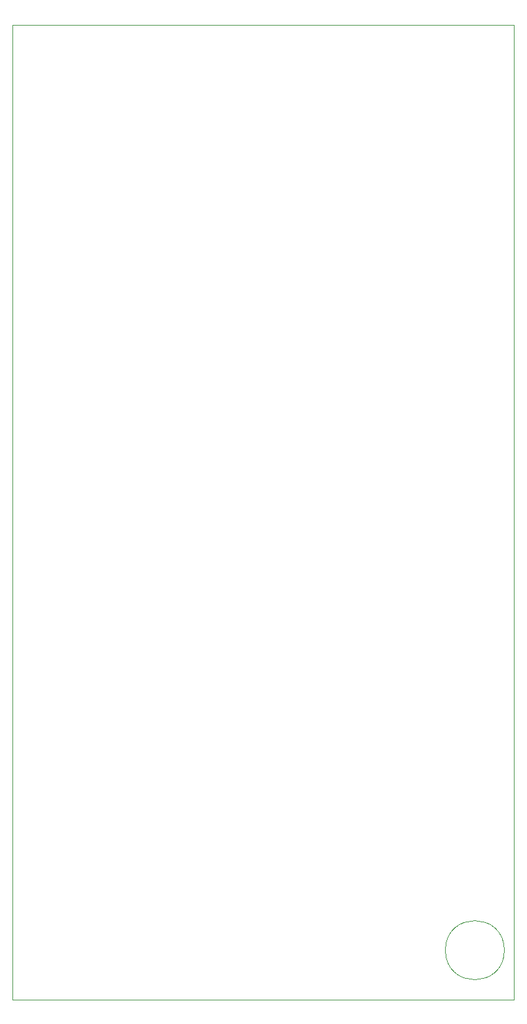
<source format=gm1>
G04 #@! TF.GenerationSoftware,KiCad,Pcbnew,(6.0.0-rc1-dev-392-gd9d005190)*
G04 #@! TF.CreationDate,2018-09-18T13:24:25-04:00*
G04 #@! TF.ProjectId,labjack_breakout,6C61626A61636B5F627265616B6F7574,rev?*
G04 #@! TF.SameCoordinates,Original*
G04 #@! TF.FileFunction,Profile,NP*
%FSLAX46Y46*%
G04 Gerber Fmt 4.6, Leading zero omitted, Abs format (unit mm)*
G04 Created by KiCad (PCBNEW (6.0.0-rc1-dev-392-gd9d005190)) date 09/18/18 13:24:25*
%MOMM*%
%LPD*%
G01*
G04 APERTURE LIST*
%ADD10C,0.050000*%
G04 APERTURE END LIST*
D10*
X144780000Y-161290000D02*
X80010000Y-161290000D01*
X144780000Y-35560000D02*
X144780000Y-161290000D01*
X80010000Y-35560000D02*
X144780000Y-35560000D01*
X143510000Y-154940000D02*
G75*
G03X143510000Y-154940000I-3810000J0D01*
G01*
X80010000Y-161290000D02*
X80010000Y-35560000D01*
M02*

</source>
